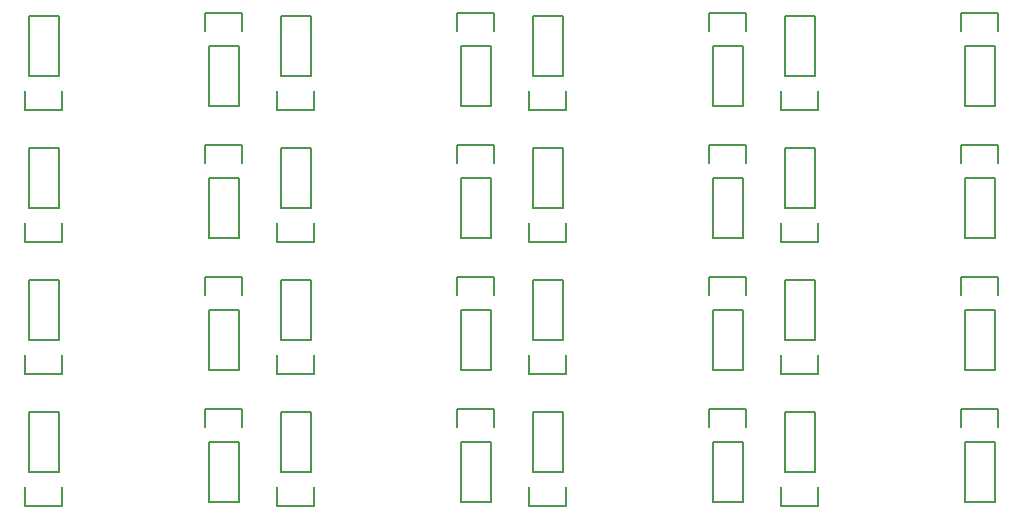
<source format=gbo>
G04 #@! TF.FileFunction,Legend,Bot*
%FSLAX46Y46*%
G04 Gerber Fmt 4.6, Leading zero omitted, Abs format (unit mm)*
G04 Created by KiCad (PCBNEW 4.0.5+dfsg1-4) date Wed Oct 11 12:15:40 2017*
%MOMM*%
%LPD*%
G01*
G04 APERTURE LIST*
%ADD10C,0.100000*%
%ADD11C,0.150000*%
G04 APERTURE END LIST*
D10*
D11*
X153797000Y-81788000D02*
X153797000Y-86868000D01*
X153797000Y-86868000D02*
X151257000Y-86868000D01*
X151257000Y-86868000D02*
X151257000Y-81788000D01*
X150977000Y-78968000D02*
X150977000Y-80518000D01*
X151257000Y-81788000D02*
X153797000Y-81788000D01*
X154077000Y-80518000D02*
X154077000Y-78968000D01*
X154077000Y-78968000D02*
X150977000Y-78968000D01*
X153797000Y-92964000D02*
X153797000Y-98044000D01*
X153797000Y-98044000D02*
X151257000Y-98044000D01*
X151257000Y-98044000D02*
X151257000Y-92964000D01*
X150977000Y-90144000D02*
X150977000Y-91694000D01*
X151257000Y-92964000D02*
X153797000Y-92964000D01*
X154077000Y-91694000D02*
X154077000Y-90144000D01*
X154077000Y-90144000D02*
X150977000Y-90144000D01*
X157353000Y-95504000D02*
X157353000Y-90424000D01*
X157353000Y-90424000D02*
X159893000Y-90424000D01*
X159893000Y-90424000D02*
X159893000Y-95504000D01*
X160173000Y-98324000D02*
X160173000Y-96774000D01*
X159893000Y-95504000D02*
X157353000Y-95504000D01*
X157073000Y-96774000D02*
X157073000Y-98324000D01*
X157073000Y-98324000D02*
X160173000Y-98324000D01*
X157353000Y-84328000D02*
X157353000Y-79248000D01*
X157353000Y-79248000D02*
X159893000Y-79248000D01*
X159893000Y-79248000D02*
X159893000Y-84328000D01*
X160173000Y-87148000D02*
X160173000Y-85598000D01*
X159893000Y-84328000D02*
X157353000Y-84328000D01*
X157073000Y-85598000D02*
X157073000Y-87148000D01*
X157073000Y-87148000D02*
X160173000Y-87148000D01*
X136017000Y-95504000D02*
X136017000Y-90424000D01*
X136017000Y-90424000D02*
X138557000Y-90424000D01*
X138557000Y-90424000D02*
X138557000Y-95504000D01*
X138837000Y-98324000D02*
X138837000Y-96774000D01*
X138557000Y-95504000D02*
X136017000Y-95504000D01*
X135737000Y-96774000D02*
X135737000Y-98324000D01*
X135737000Y-98324000D02*
X138837000Y-98324000D01*
X136017000Y-84328000D02*
X136017000Y-79248000D01*
X136017000Y-79248000D02*
X138557000Y-79248000D01*
X138557000Y-79248000D02*
X138557000Y-84328000D01*
X138837000Y-87148000D02*
X138837000Y-85598000D01*
X138557000Y-84328000D02*
X136017000Y-84328000D01*
X135737000Y-85598000D02*
X135737000Y-87148000D01*
X135737000Y-87148000D02*
X138837000Y-87148000D01*
X114681000Y-95504000D02*
X114681000Y-90424000D01*
X114681000Y-90424000D02*
X117221000Y-90424000D01*
X117221000Y-90424000D02*
X117221000Y-95504000D01*
X117501000Y-98324000D02*
X117501000Y-96774000D01*
X117221000Y-95504000D02*
X114681000Y-95504000D01*
X114401000Y-96774000D02*
X114401000Y-98324000D01*
X114401000Y-98324000D02*
X117501000Y-98324000D01*
X132461000Y-92964000D02*
X132461000Y-98044000D01*
X132461000Y-98044000D02*
X129921000Y-98044000D01*
X129921000Y-98044000D02*
X129921000Y-92964000D01*
X129641000Y-90144000D02*
X129641000Y-91694000D01*
X129921000Y-92964000D02*
X132461000Y-92964000D01*
X132741000Y-91694000D02*
X132741000Y-90144000D01*
X132741000Y-90144000D02*
X129641000Y-90144000D01*
X114681000Y-84328000D02*
X114681000Y-79248000D01*
X114681000Y-79248000D02*
X117221000Y-79248000D01*
X117221000Y-79248000D02*
X117221000Y-84328000D01*
X117501000Y-87148000D02*
X117501000Y-85598000D01*
X117221000Y-84328000D02*
X114681000Y-84328000D01*
X114401000Y-85598000D02*
X114401000Y-87148000D01*
X114401000Y-87148000D02*
X117501000Y-87148000D01*
X132461000Y-81788000D02*
X132461000Y-86868000D01*
X132461000Y-86868000D02*
X129921000Y-86868000D01*
X129921000Y-86868000D02*
X129921000Y-81788000D01*
X129641000Y-78968000D02*
X129641000Y-80518000D01*
X129921000Y-81788000D02*
X132461000Y-81788000D01*
X132741000Y-80518000D02*
X132741000Y-78968000D01*
X132741000Y-78968000D02*
X129641000Y-78968000D01*
X175133000Y-81788000D02*
X175133000Y-86868000D01*
X175133000Y-86868000D02*
X172593000Y-86868000D01*
X172593000Y-86868000D02*
X172593000Y-81788000D01*
X172313000Y-78968000D02*
X172313000Y-80518000D01*
X172593000Y-81788000D02*
X175133000Y-81788000D01*
X175413000Y-80518000D02*
X175413000Y-78968000D01*
X175413000Y-78968000D02*
X172313000Y-78968000D01*
X178689000Y-84328000D02*
X178689000Y-79248000D01*
X178689000Y-79248000D02*
X181229000Y-79248000D01*
X181229000Y-79248000D02*
X181229000Y-84328000D01*
X181509000Y-87148000D02*
X181509000Y-85598000D01*
X181229000Y-84328000D02*
X178689000Y-84328000D01*
X178409000Y-85598000D02*
X178409000Y-87148000D01*
X178409000Y-87148000D02*
X181509000Y-87148000D01*
X196469000Y-81788000D02*
X196469000Y-86868000D01*
X196469000Y-86868000D02*
X193929000Y-86868000D01*
X193929000Y-86868000D02*
X193929000Y-81788000D01*
X193649000Y-78968000D02*
X193649000Y-80518000D01*
X193929000Y-81788000D02*
X196469000Y-81788000D01*
X196749000Y-80518000D02*
X196749000Y-78968000D01*
X196749000Y-78968000D02*
X193649000Y-78968000D01*
X178689000Y-95504000D02*
X178689000Y-90424000D01*
X178689000Y-90424000D02*
X181229000Y-90424000D01*
X181229000Y-90424000D02*
X181229000Y-95504000D01*
X181509000Y-98324000D02*
X181509000Y-96774000D01*
X181229000Y-95504000D02*
X178689000Y-95504000D01*
X178409000Y-96774000D02*
X178409000Y-98324000D01*
X178409000Y-98324000D02*
X181509000Y-98324000D01*
X196469000Y-92964000D02*
X196469000Y-98044000D01*
X196469000Y-98044000D02*
X193929000Y-98044000D01*
X193929000Y-98044000D02*
X193929000Y-92964000D01*
X193649000Y-90144000D02*
X193649000Y-91694000D01*
X193929000Y-92964000D02*
X196469000Y-92964000D01*
X196749000Y-91694000D02*
X196749000Y-90144000D01*
X196749000Y-90144000D02*
X193649000Y-90144000D01*
X175133000Y-92964000D02*
X175133000Y-98044000D01*
X175133000Y-98044000D02*
X172593000Y-98044000D01*
X172593000Y-98044000D02*
X172593000Y-92964000D01*
X172313000Y-90144000D02*
X172313000Y-91694000D01*
X172593000Y-92964000D02*
X175133000Y-92964000D01*
X175413000Y-91694000D02*
X175413000Y-90144000D01*
X175413000Y-90144000D02*
X172313000Y-90144000D01*
X136017000Y-106680000D02*
X136017000Y-101600000D01*
X136017000Y-101600000D02*
X138557000Y-101600000D01*
X138557000Y-101600000D02*
X138557000Y-106680000D01*
X138837000Y-109500000D02*
X138837000Y-107950000D01*
X138557000Y-106680000D02*
X136017000Y-106680000D01*
X135737000Y-107950000D02*
X135737000Y-109500000D01*
X135737000Y-109500000D02*
X138837000Y-109500000D01*
X114681000Y-106680000D02*
X114681000Y-101600000D01*
X114681000Y-101600000D02*
X117221000Y-101600000D01*
X117221000Y-101600000D02*
X117221000Y-106680000D01*
X117501000Y-109500000D02*
X117501000Y-107950000D01*
X117221000Y-106680000D02*
X114681000Y-106680000D01*
X114401000Y-107950000D02*
X114401000Y-109500000D01*
X114401000Y-109500000D02*
X117501000Y-109500000D01*
X132461000Y-104140000D02*
X132461000Y-109220000D01*
X132461000Y-109220000D02*
X129921000Y-109220000D01*
X129921000Y-109220000D02*
X129921000Y-104140000D01*
X129641000Y-101320000D02*
X129641000Y-102870000D01*
X129921000Y-104140000D02*
X132461000Y-104140000D01*
X132741000Y-102870000D02*
X132741000Y-101320000D01*
X132741000Y-101320000D02*
X129641000Y-101320000D01*
X175133000Y-104140000D02*
X175133000Y-109220000D01*
X175133000Y-109220000D02*
X172593000Y-109220000D01*
X172593000Y-109220000D02*
X172593000Y-104140000D01*
X172313000Y-101320000D02*
X172313000Y-102870000D01*
X172593000Y-104140000D02*
X175133000Y-104140000D01*
X175413000Y-102870000D02*
X175413000Y-101320000D01*
X175413000Y-101320000D02*
X172313000Y-101320000D01*
X153797000Y-104140000D02*
X153797000Y-109220000D01*
X153797000Y-109220000D02*
X151257000Y-109220000D01*
X151257000Y-109220000D02*
X151257000Y-104140000D01*
X150977000Y-101320000D02*
X150977000Y-102870000D01*
X151257000Y-104140000D02*
X153797000Y-104140000D01*
X154077000Y-102870000D02*
X154077000Y-101320000D01*
X154077000Y-101320000D02*
X150977000Y-101320000D01*
X196469000Y-104140000D02*
X196469000Y-109220000D01*
X196469000Y-109220000D02*
X193929000Y-109220000D01*
X193929000Y-109220000D02*
X193929000Y-104140000D01*
X193649000Y-101320000D02*
X193649000Y-102870000D01*
X193929000Y-104140000D02*
X196469000Y-104140000D01*
X196749000Y-102870000D02*
X196749000Y-101320000D01*
X196749000Y-101320000D02*
X193649000Y-101320000D01*
X178689000Y-106680000D02*
X178689000Y-101600000D01*
X178689000Y-101600000D02*
X181229000Y-101600000D01*
X181229000Y-101600000D02*
X181229000Y-106680000D01*
X181509000Y-109500000D02*
X181509000Y-107950000D01*
X181229000Y-106680000D02*
X178689000Y-106680000D01*
X178409000Y-107950000D02*
X178409000Y-109500000D01*
X178409000Y-109500000D02*
X181509000Y-109500000D01*
X157353000Y-106680000D02*
X157353000Y-101600000D01*
X157353000Y-101600000D02*
X159893000Y-101600000D01*
X159893000Y-101600000D02*
X159893000Y-106680000D01*
X160173000Y-109500000D02*
X160173000Y-107950000D01*
X159893000Y-106680000D02*
X157353000Y-106680000D01*
X157073000Y-107950000D02*
X157073000Y-109500000D01*
X157073000Y-109500000D02*
X160173000Y-109500000D01*
X157353000Y-117856000D02*
X157353000Y-112776000D01*
X157353000Y-112776000D02*
X159893000Y-112776000D01*
X159893000Y-112776000D02*
X159893000Y-117856000D01*
X160173000Y-120676000D02*
X160173000Y-119126000D01*
X159893000Y-117856000D02*
X157353000Y-117856000D01*
X157073000Y-119126000D02*
X157073000Y-120676000D01*
X157073000Y-120676000D02*
X160173000Y-120676000D01*
X114681000Y-117856000D02*
X114681000Y-112776000D01*
X114681000Y-112776000D02*
X117221000Y-112776000D01*
X117221000Y-112776000D02*
X117221000Y-117856000D01*
X117501000Y-120676000D02*
X117501000Y-119126000D01*
X117221000Y-117856000D02*
X114681000Y-117856000D01*
X114401000Y-119126000D02*
X114401000Y-120676000D01*
X114401000Y-120676000D02*
X117501000Y-120676000D01*
X153797000Y-115316000D02*
X153797000Y-120396000D01*
X153797000Y-120396000D02*
X151257000Y-120396000D01*
X151257000Y-120396000D02*
X151257000Y-115316000D01*
X150977000Y-112496000D02*
X150977000Y-114046000D01*
X151257000Y-115316000D02*
X153797000Y-115316000D01*
X154077000Y-114046000D02*
X154077000Y-112496000D01*
X154077000Y-112496000D02*
X150977000Y-112496000D01*
X132461000Y-115316000D02*
X132461000Y-120396000D01*
X132461000Y-120396000D02*
X129921000Y-120396000D01*
X129921000Y-120396000D02*
X129921000Y-115316000D01*
X129641000Y-112496000D02*
X129641000Y-114046000D01*
X129921000Y-115316000D02*
X132461000Y-115316000D01*
X132741000Y-114046000D02*
X132741000Y-112496000D01*
X132741000Y-112496000D02*
X129641000Y-112496000D01*
X175133000Y-115316000D02*
X175133000Y-120396000D01*
X175133000Y-120396000D02*
X172593000Y-120396000D01*
X172593000Y-120396000D02*
X172593000Y-115316000D01*
X172313000Y-112496000D02*
X172313000Y-114046000D01*
X172593000Y-115316000D02*
X175133000Y-115316000D01*
X175413000Y-114046000D02*
X175413000Y-112496000D01*
X175413000Y-112496000D02*
X172313000Y-112496000D01*
X196469000Y-115316000D02*
X196469000Y-120396000D01*
X196469000Y-120396000D02*
X193929000Y-120396000D01*
X193929000Y-120396000D02*
X193929000Y-115316000D01*
X193649000Y-112496000D02*
X193649000Y-114046000D01*
X193929000Y-115316000D02*
X196469000Y-115316000D01*
X196749000Y-114046000D02*
X196749000Y-112496000D01*
X196749000Y-112496000D02*
X193649000Y-112496000D01*
X178689000Y-117856000D02*
X178689000Y-112776000D01*
X178689000Y-112776000D02*
X181229000Y-112776000D01*
X181229000Y-112776000D02*
X181229000Y-117856000D01*
X181509000Y-120676000D02*
X181509000Y-119126000D01*
X181229000Y-117856000D02*
X178689000Y-117856000D01*
X178409000Y-119126000D02*
X178409000Y-120676000D01*
X178409000Y-120676000D02*
X181509000Y-120676000D01*
X136017000Y-117856000D02*
X136017000Y-112776000D01*
X136017000Y-112776000D02*
X138557000Y-112776000D01*
X138557000Y-112776000D02*
X138557000Y-117856000D01*
X138837000Y-120676000D02*
X138837000Y-119126000D01*
X138557000Y-117856000D02*
X136017000Y-117856000D01*
X135737000Y-119126000D02*
X135737000Y-120676000D01*
X135737000Y-120676000D02*
X138837000Y-120676000D01*
M02*

</source>
